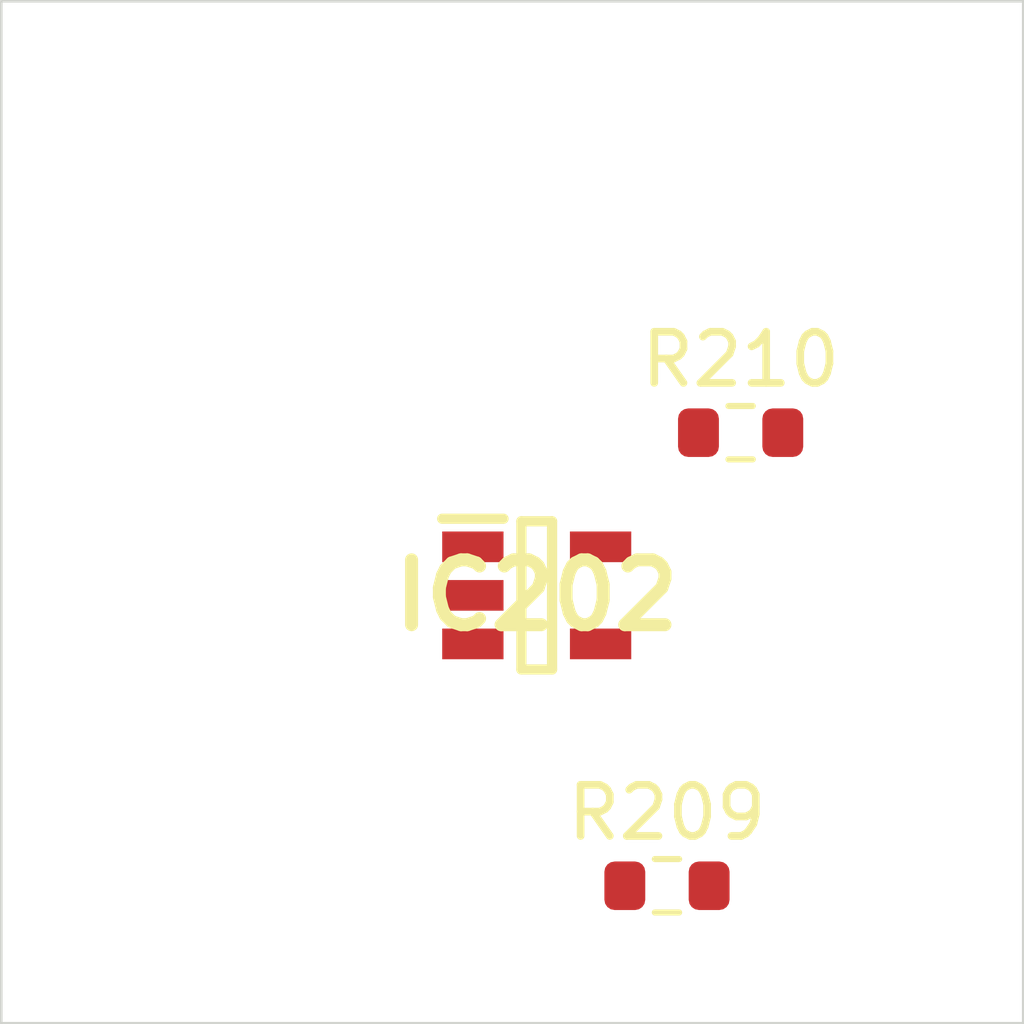
<source format=kicad_pcb>
 ( kicad_pcb  ( version 20171130 )
 ( host pcbnew 5.1.12-84ad8e8a86~92~ubuntu18.04.1 )
 ( general  ( thickness 1.6 )
 ( drawings 4 )
 ( tracks 0 )
 ( zones 0 )
 ( modules 3 )
 ( nets 5 )
)
 ( page A4 )
 ( layers  ( 0 F.Cu signal )
 ( 31 B.Cu signal )
 ( 32 B.Adhes user )
 ( 33 F.Adhes user )
 ( 34 B.Paste user )
 ( 35 F.Paste user )
 ( 36 B.SilkS user )
 ( 37 F.SilkS user )
 ( 38 B.Mask user )
 ( 39 F.Mask user )
 ( 40 Dwgs.User user )
 ( 41 Cmts.User user )
 ( 42 Eco1.User user )
 ( 43 Eco2.User user )
 ( 44 Edge.Cuts user )
 ( 45 Margin user )
 ( 46 B.CrtYd user )
 ( 47 F.CrtYd user )
 ( 48 B.Fab user )
 ( 49 F.Fab user )
)
 ( setup  ( last_trace_width 0.25 )
 ( trace_clearance 0.2 )
 ( zone_clearance 0.508 )
 ( zone_45_only no )
 ( trace_min 0.2 )
 ( via_size 0.8 )
 ( via_drill 0.4 )
 ( via_min_size 0.4 )
 ( via_min_drill 0.3 )
 ( uvia_size 0.3 )
 ( uvia_drill 0.1 )
 ( uvias_allowed no )
 ( uvia_min_size 0.2 )
 ( uvia_min_drill 0.1 )
 ( edge_width 0.05 )
 ( segment_width 0.2 )
 ( pcb_text_width 0.3 )
 ( pcb_text_size 1.5 1.5 )
 ( mod_edge_width 0.12 )
 ( mod_text_size 1 1 )
 ( mod_text_width 0.15 )
 ( pad_size 1.524 1.524 )
 ( pad_drill 0.762 )
 ( pad_to_mask_clearance 0 )
 ( aux_axis_origin 0 0 )
 ( visible_elements FFFFFF7F )
 ( pcbplotparams  ( layerselection 0x010fc_ffffffff )
 ( usegerberextensions false )
 ( usegerberattributes true )
 ( usegerberadvancedattributes true )
 ( creategerberjobfile true )
 ( excludeedgelayer true )
 ( linewidth 0.100000 )
 ( plotframeref false )
 ( viasonmask false )
 ( mode 1 )
 ( useauxorigin false )
 ( hpglpennumber 1 )
 ( hpglpenspeed 20 )
 ( hpglpendiameter 15.000000 )
 ( psnegative false )
 ( psa4output false )
 ( plotreference true )
 ( plotvalue true )
 ( plotinvisibletext false )
 ( padsonsilk false )
 ( subtractmaskfromsilk false )
 ( outputformat 1 )
 ( mirror false )
 ( drillshape 1 )
 ( scaleselection 1 )
 ( outputdirectory "" )
)
)
 ( net 0 "" )
 ( net 1 GND )
 ( net 2 VDDA )
 ( net 3 /Sheet6235D886/vp )
 ( net 4 "Net-(IC202-Pad3)" )
 ( net_class Default "This is the default net class."  ( clearance 0.2 )
 ( trace_width 0.25 )
 ( via_dia 0.8 )
 ( via_drill 0.4 )
 ( uvia_dia 0.3 )
 ( uvia_drill 0.1 )
 ( add_net /Sheet6235D886/vp )
 ( add_net GND )
 ( add_net "Net-(IC202-Pad3)" )
 ( add_net VDDA )
)
 ( module SOT95P280X145-5N locked  ( layer F.Cu )
 ( tedit 62336ED7 )
 ( tstamp 623423ED )
 ( at 90.479100 111.627000 )
 ( descr DBV0005A )
 ( tags "Integrated Circuit" )
 ( path /6235D887/6266C08E )
 ( attr smd )
 ( fp_text reference IC202  ( at 0 0 )
 ( layer F.SilkS )
 ( effects  ( font  ( size 1.27 1.27 )
 ( thickness 0.254 )
)
)
)
 ( fp_text value TL071HIDBVR  ( at 0 0 )
 ( layer F.SilkS )
hide  ( effects  ( font  ( size 1.27 1.27 )
 ( thickness 0.254 )
)
)
)
 ( fp_line  ( start -1.85 -1.5 )
 ( end -0.65 -1.5 )
 ( layer F.SilkS )
 ( width 0.2 )
)
 ( fp_line  ( start -0.3 1.45 )
 ( end -0.3 -1.45 )
 ( layer F.SilkS )
 ( width 0.2 )
)
 ( fp_line  ( start 0.3 1.45 )
 ( end -0.3 1.45 )
 ( layer F.SilkS )
 ( width 0.2 )
)
 ( fp_line  ( start 0.3 -1.45 )
 ( end 0.3 1.45 )
 ( layer F.SilkS )
 ( width 0.2 )
)
 ( fp_line  ( start -0.3 -1.45 )
 ( end 0.3 -1.45 )
 ( layer F.SilkS )
 ( width 0.2 )
)
 ( fp_line  ( start -0.8 -0.5 )
 ( end 0.15 -1.45 )
 ( layer Dwgs.User )
 ( width 0.1 )
)
 ( fp_line  ( start -0.8 1.45 )
 ( end -0.8 -1.45 )
 ( layer Dwgs.User )
 ( width 0.1 )
)
 ( fp_line  ( start 0.8 1.45 )
 ( end -0.8 1.45 )
 ( layer Dwgs.User )
 ( width 0.1 )
)
 ( fp_line  ( start 0.8 -1.45 )
 ( end 0.8 1.45 )
 ( layer Dwgs.User )
 ( width 0.1 )
)
 ( fp_line  ( start -0.8 -1.45 )
 ( end 0.8 -1.45 )
 ( layer Dwgs.User )
 ( width 0.1 )
)
 ( fp_line  ( start -2.1 1.775 )
 ( end -2.1 -1.775 )
 ( layer Dwgs.User )
 ( width 0.05 )
)
 ( fp_line  ( start 2.1 1.775 )
 ( end -2.1 1.775 )
 ( layer Dwgs.User )
 ( width 0.05 )
)
 ( fp_line  ( start 2.1 -1.775 )
 ( end 2.1 1.775 )
 ( layer Dwgs.User )
 ( width 0.05 )
)
 ( fp_line  ( start -2.1 -1.775 )
 ( end 2.1 -1.775 )
 ( layer Dwgs.User )
 ( width 0.05 )
)
 ( pad 1 smd rect  ( at -1.25 -0.95 90.000000 )
 ( size 0.6 1.2 )
 ( layers F.Cu F.Mask F.Paste )
 ( net 3 /Sheet6235D886/vp )
)
 ( pad 2 smd rect  ( at -1.25 0 90.000000 )
 ( size 0.6 1.2 )
 ( layers F.Cu F.Mask F.Paste )
 ( net 1 GND )
)
 ( pad 3 smd rect  ( at -1.25 0.95 90.000000 )
 ( size 0.6 1.2 )
 ( layers F.Cu F.Mask F.Paste )
 ( net 4 "Net-(IC202-Pad3)" )
)
 ( pad 4 smd rect  ( at 1.25 0.95 90.000000 )
 ( size 0.6 1.2 )
 ( layers F.Cu F.Mask F.Paste )
 ( net 3 /Sheet6235D886/vp )
)
 ( pad 5 smd rect  ( at 1.25 -0.95 90.000000 )
 ( size 0.6 1.2 )
 ( layers F.Cu F.Mask F.Paste )
 ( net 2 VDDA )
)
)
 ( module Resistor_SMD:R_0603_1608Metric  ( layer F.Cu )
 ( tedit 5F68FEEE )
 ( tstamp 62342595 )
 ( at 93.028300 117.310000 )
 ( descr "Resistor SMD 0603 (1608 Metric), square (rectangular) end terminal, IPC_7351 nominal, (Body size source: IPC-SM-782 page 72, https://www.pcb-3d.com/wordpress/wp-content/uploads/ipc-sm-782a_amendment_1_and_2.pdf), generated with kicad-footprint-generator" )
 ( tags resistor )
 ( path /6235D887/623CDBD9 )
 ( attr smd )
 ( fp_text reference R209  ( at 0 -1.43 )
 ( layer F.SilkS )
 ( effects  ( font  ( size 1 1 )
 ( thickness 0.15 )
)
)
)
 ( fp_text value 100k  ( at 0 1.43 )
 ( layer F.Fab )
 ( effects  ( font  ( size 1 1 )
 ( thickness 0.15 )
)
)
)
 ( fp_line  ( start -0.8 0.4125 )
 ( end -0.8 -0.4125 )
 ( layer F.Fab )
 ( width 0.1 )
)
 ( fp_line  ( start -0.8 -0.4125 )
 ( end 0.8 -0.4125 )
 ( layer F.Fab )
 ( width 0.1 )
)
 ( fp_line  ( start 0.8 -0.4125 )
 ( end 0.8 0.4125 )
 ( layer F.Fab )
 ( width 0.1 )
)
 ( fp_line  ( start 0.8 0.4125 )
 ( end -0.8 0.4125 )
 ( layer F.Fab )
 ( width 0.1 )
)
 ( fp_line  ( start -0.237258 -0.5225 )
 ( end 0.237258 -0.5225 )
 ( layer F.SilkS )
 ( width 0.12 )
)
 ( fp_line  ( start -0.237258 0.5225 )
 ( end 0.237258 0.5225 )
 ( layer F.SilkS )
 ( width 0.12 )
)
 ( fp_line  ( start -1.48 0.73 )
 ( end -1.48 -0.73 )
 ( layer F.CrtYd )
 ( width 0.05 )
)
 ( fp_line  ( start -1.48 -0.73 )
 ( end 1.48 -0.73 )
 ( layer F.CrtYd )
 ( width 0.05 )
)
 ( fp_line  ( start 1.48 -0.73 )
 ( end 1.48 0.73 )
 ( layer F.CrtYd )
 ( width 0.05 )
)
 ( fp_line  ( start 1.48 0.73 )
 ( end -1.48 0.73 )
 ( layer F.CrtYd )
 ( width 0.05 )
)
 ( fp_text user %R  ( at 0 0 )
 ( layer F.Fab )
 ( effects  ( font  ( size 0.4 0.4 )
 ( thickness 0.06 )
)
)
)
 ( pad 1 smd roundrect  ( at -0.825 0 )
 ( size 0.8 0.95 )
 ( layers F.Cu F.Mask F.Paste )
 ( roundrect_rratio 0.25 )
 ( net 2 VDDA )
)
 ( pad 2 smd roundrect  ( at 0.825 0 )
 ( size 0.8 0.95 )
 ( layers F.Cu F.Mask F.Paste )
 ( roundrect_rratio 0.25 )
 ( net 4 "Net-(IC202-Pad3)" )
)
 ( model ${KISYS3DMOD}/Resistor_SMD.3dshapes/R_0603_1608Metric.wrl  ( at  ( xyz 0 0 0 )
)
 ( scale  ( xyz 1 1 1 )
)
 ( rotate  ( xyz 0 0 0 )
)
)
)
 ( module Resistor_SMD:R_0603_1608Metric  ( layer F.Cu )
 ( tedit 5F68FEEE )
 ( tstamp 623425A6 )
 ( at 94.469700 108.443000 )
 ( descr "Resistor SMD 0603 (1608 Metric), square (rectangular) end terminal, IPC_7351 nominal, (Body size source: IPC-SM-782 page 72, https://www.pcb-3d.com/wordpress/wp-content/uploads/ipc-sm-782a_amendment_1_and_2.pdf), generated with kicad-footprint-generator" )
 ( tags resistor )
 ( path /6235D887/623CDBDF )
 ( attr smd )
 ( fp_text reference R210  ( at 0 -1.43 )
 ( layer F.SilkS )
 ( effects  ( font  ( size 1 1 )
 ( thickness 0.15 )
)
)
)
 ( fp_text value 100k  ( at 0 1.43 )
 ( layer F.Fab )
 ( effects  ( font  ( size 1 1 )
 ( thickness 0.15 )
)
)
)
 ( fp_line  ( start 1.48 0.73 )
 ( end -1.48 0.73 )
 ( layer F.CrtYd )
 ( width 0.05 )
)
 ( fp_line  ( start 1.48 -0.73 )
 ( end 1.48 0.73 )
 ( layer F.CrtYd )
 ( width 0.05 )
)
 ( fp_line  ( start -1.48 -0.73 )
 ( end 1.48 -0.73 )
 ( layer F.CrtYd )
 ( width 0.05 )
)
 ( fp_line  ( start -1.48 0.73 )
 ( end -1.48 -0.73 )
 ( layer F.CrtYd )
 ( width 0.05 )
)
 ( fp_line  ( start -0.237258 0.5225 )
 ( end 0.237258 0.5225 )
 ( layer F.SilkS )
 ( width 0.12 )
)
 ( fp_line  ( start -0.237258 -0.5225 )
 ( end 0.237258 -0.5225 )
 ( layer F.SilkS )
 ( width 0.12 )
)
 ( fp_line  ( start 0.8 0.4125 )
 ( end -0.8 0.4125 )
 ( layer F.Fab )
 ( width 0.1 )
)
 ( fp_line  ( start 0.8 -0.4125 )
 ( end 0.8 0.4125 )
 ( layer F.Fab )
 ( width 0.1 )
)
 ( fp_line  ( start -0.8 -0.4125 )
 ( end 0.8 -0.4125 )
 ( layer F.Fab )
 ( width 0.1 )
)
 ( fp_line  ( start -0.8 0.4125 )
 ( end -0.8 -0.4125 )
 ( layer F.Fab )
 ( width 0.1 )
)
 ( fp_text user %R  ( at 0 0 )
 ( layer F.Fab )
 ( effects  ( font  ( size 0.4 0.4 )
 ( thickness 0.06 )
)
)
)
 ( pad 2 smd roundrect  ( at 0.825 0 )
 ( size 0.8 0.95 )
 ( layers F.Cu F.Mask F.Paste )
 ( roundrect_rratio 0.25 )
 ( net 1 GND )
)
 ( pad 1 smd roundrect  ( at -0.825 0 )
 ( size 0.8 0.95 )
 ( layers F.Cu F.Mask F.Paste )
 ( roundrect_rratio 0.25 )
 ( net 4 "Net-(IC202-Pad3)" )
)
 ( model ${KISYS3DMOD}/Resistor_SMD.3dshapes/R_0603_1608Metric.wrl  ( at  ( xyz 0 0 0 )
)
 ( scale  ( xyz 1 1 1 )
)
 ( rotate  ( xyz 0 0 0 )
)
)
)
 ( gr_line  ( start 100 100 )
 ( end 100 120 )
 ( layer Edge.Cuts )
 ( width 0.05 )
 ( tstamp 62E770C4 )
)
 ( gr_line  ( start 80 120 )
 ( end 100 120 )
 ( layer Edge.Cuts )
 ( width 0.05 )
 ( tstamp 62E770C0 )
)
 ( gr_line  ( start 80 100 )
 ( end 100 100 )
 ( layer Edge.Cuts )
 ( width 0.05 )
 ( tstamp 6234110C )
)
 ( gr_line  ( start 80 100 )
 ( end 80 120 )
 ( layer Edge.Cuts )
 ( width 0.05 )
)
)

</source>
